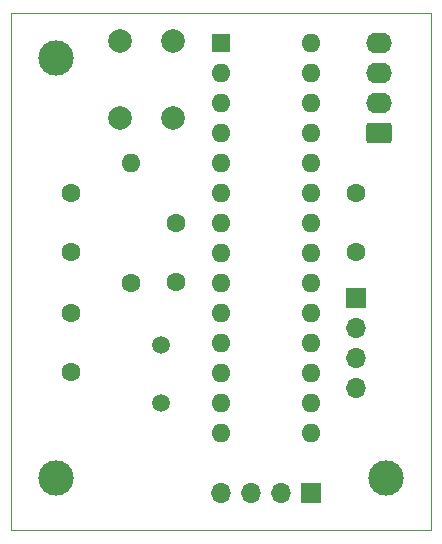
<source format=gbr>
%TF.GenerationSoftware,KiCad,Pcbnew,6.0.0*%
%TF.CreationDate,2022-01-08T01:51:51+01:00*%
%TF.ProjectId,sonars,736f6e61-7273-42e6-9b69-6361645f7063,0.1.0*%
%TF.SameCoordinates,Original*%
%TF.FileFunction,Soldermask,Top*%
%TF.FilePolarity,Negative*%
%FSLAX46Y46*%
G04 Gerber Fmt 4.6, Leading zero omitted, Abs format (unit mm)*
G04 Created by KiCad (PCBNEW 6.0.0) date 2022-01-08 01:51:51*
%MOMM*%
%LPD*%
G01*
G04 APERTURE LIST*
G04 Aperture macros list*
%AMRoundRect*
0 Rectangle with rounded corners*
0 $1 Rounding radius*
0 $2 $3 $4 $5 $6 $7 $8 $9 X,Y pos of 4 corners*
0 Add a 4 corners polygon primitive as box body*
4,1,4,$2,$3,$4,$5,$6,$7,$8,$9,$2,$3,0*
0 Add four circle primitives for the rounded corners*
1,1,$1+$1,$2,$3*
1,1,$1+$1,$4,$5*
1,1,$1+$1,$6,$7*
1,1,$1+$1,$8,$9*
0 Add four rect primitives between the rounded corners*
20,1,$1+$1,$2,$3,$4,$5,0*
20,1,$1+$1,$4,$5,$6,$7,0*
20,1,$1+$1,$6,$7,$8,$9,0*
20,1,$1+$1,$8,$9,$2,$3,0*%
G04 Aperture macros list end*
%TA.AperFunction,Profile*%
%ADD10C,0.100000*%
%TD*%
%ADD11R,1.600000X1.600000*%
%ADD12O,1.600000X1.600000*%
%ADD13C,3.000000*%
%ADD14C,2.000000*%
%ADD15C,1.600000*%
%ADD16R,1.700000X1.700000*%
%ADD17O,1.700000X1.700000*%
%ADD18C,1.500000*%
%ADD19RoundRect,0.250000X0.845000X-0.620000X0.845000X0.620000X-0.845000X0.620000X-0.845000X-0.620000X0*%
%ADD20O,2.190000X1.740000*%
G04 APERTURE END LIST*
D10*
X57140000Y-69850000D02*
X92710000Y-69850000D01*
X92710000Y-69850000D02*
X92710000Y-113665000D01*
X92710000Y-113665000D02*
X57140000Y-113665000D01*
X57140000Y-113665000D02*
X57140000Y-69850000D01*
D11*
%TO.C,U1*%
X74930000Y-72400000D03*
D12*
X82550000Y-105420000D03*
X74930000Y-74940000D03*
X82550000Y-102880000D03*
X74930000Y-77480000D03*
X82550000Y-100340000D03*
X74930000Y-80020000D03*
X82550000Y-97800000D03*
X74930000Y-82560000D03*
X82550000Y-95260000D03*
X74930000Y-85100000D03*
X82550000Y-92720000D03*
X74930000Y-87640000D03*
X82550000Y-90180000D03*
X74930000Y-90180000D03*
X82550000Y-87640000D03*
X74930000Y-92720000D03*
X82550000Y-85100000D03*
X74930000Y-95260000D03*
X82550000Y-82560000D03*
X74930000Y-97800000D03*
X82550000Y-80020000D03*
X74930000Y-100340000D03*
X82550000Y-77480000D03*
X74930000Y-102880000D03*
X82550000Y-74940000D03*
X74930000Y-105420000D03*
X82550000Y-72400000D03*
%TD*%
D13*
%TO.C,REF\u002A\u002A*%
X60960000Y-109220000D03*
%TD*%
D14*
%TO.C,SW1*%
X66320000Y-78740000D03*
X66320000Y-72240000D03*
X70820000Y-72240000D03*
X70820000Y-78740000D03*
%TD*%
D15*
%TO.C,R1*%
X67310000Y-92710000D03*
D12*
X67310000Y-82550000D03*
%TD*%
D15*
%TO.C,C4*%
X62230000Y-100290000D03*
X62230000Y-95290000D03*
%TD*%
D16*
%TO.C,J2*%
X82550000Y-110490000D03*
D17*
X80010000Y-110490000D03*
X77470000Y-110490000D03*
X74930000Y-110490000D03*
%TD*%
D13*
%TO.C,REF\u002A\u002A*%
X88900000Y-109220000D03*
%TD*%
%TO.C,REF\u002A\u002A*%
X60960000Y-73660000D03*
%TD*%
D15*
%TO.C,C3*%
X62230000Y-90130000D03*
X62230000Y-85130000D03*
%TD*%
%TO.C,C2*%
X71120000Y-87670000D03*
X71120000Y-92670000D03*
%TD*%
D16*
%TO.C,J3*%
X86360000Y-93980000D03*
D17*
X86360000Y-96520000D03*
X86360000Y-99060000D03*
X86360000Y-101600000D03*
%TD*%
D18*
%TO.C,Y1*%
X69850000Y-102870000D03*
X69850000Y-97990000D03*
%TD*%
D15*
%TO.C,C1*%
X86350000Y-90130000D03*
X86350000Y-85130000D03*
%TD*%
D19*
%TO.C,J1*%
X88265000Y-80010000D03*
D20*
X88265000Y-77470000D03*
X88265000Y-74930000D03*
X88265000Y-72390000D03*
%TD*%
M02*

</source>
